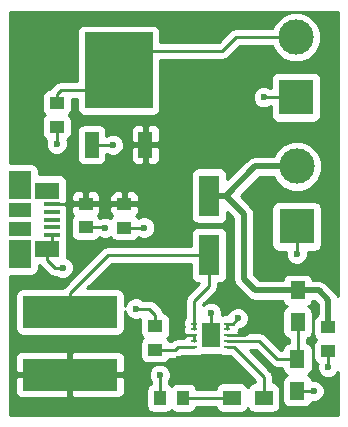
<source format=gbr>
G04 #@! TF.FileFunction,Copper,L1,Top,Signal*
%FSLAX46Y46*%
G04 Gerber Fmt 4.6, Leading zero omitted, Abs format (unit mm)*
G04 Created by KiCad (PCBNEW 4.0.7) date 09/28/20 15:07:36*
%MOMM*%
%LPD*%
G01*
G04 APERTURE LIST*
%ADD10C,0.100000*%
%ADD11R,1.380000X0.450000*%
%ADD12R,2.100000X1.475000*%
%ADD13R,1.900000X1.175000*%
%ADD14R,1.900000X2.375000*%
%ADD15R,1.250000X1.000000*%
%ADD16R,1.000000X1.250000*%
%ADD17R,1.800000X3.500000*%
%ADD18R,3.000000X3.000000*%
%ADD19C,3.000000*%
%ADD20R,8.001000X2.705100*%
%ADD21R,1.300000X1.500000*%
%ADD22R,1.500000X1.300000*%
%ADD23R,0.599999X0.249999*%
%ADD24R,1.599999X2.000001*%
%ADD25R,1.200000X2.200000*%
%ADD26R,5.800000X6.400000*%
%ADD27R,2.750000X3.050000*%
%ADD28C,0.600000*%
%ADD29C,0.508000*%
%ADD30C,0.250000*%
%ADD31C,0.254000*%
G04 APERTURE END LIST*
D10*
D11*
X141788500Y-102852000D03*
X141788500Y-103502000D03*
X141788500Y-104152000D03*
X141788500Y-104802000D03*
X141788500Y-105452000D03*
D12*
X141428500Y-106604500D03*
X141428500Y-101699500D03*
D13*
X139128500Y-103314500D03*
X139128500Y-104989500D03*
D14*
X139128500Y-101239500D03*
X139128500Y-107064500D03*
D15*
X165214300Y-113271300D03*
X165214300Y-115271300D03*
X150558500Y-115182400D03*
X150558500Y-113182400D03*
D16*
X152933400Y-119253000D03*
X150933400Y-119253000D03*
D15*
X147942300Y-102825800D03*
X147942300Y-104825800D03*
X144665700Y-102809800D03*
X144665700Y-104809800D03*
X142214600Y-94284800D03*
X142214600Y-96284800D03*
D17*
X155130500Y-102137200D03*
X155130500Y-107137200D03*
D18*
X162483800Y-93789500D03*
D19*
X162483800Y-88709500D03*
D18*
X162534600Y-104724200D03*
D19*
X162534600Y-99644200D03*
D20*
X143344900Y-117284500D03*
X143344900Y-111975900D03*
D21*
X162611167Y-110149599D03*
X162611167Y-112849599D03*
X162598100Y-115963700D03*
X162598100Y-118663700D03*
D22*
X159760900Y-119227600D03*
X157060900Y-119227600D03*
D23*
X156682900Y-114957101D03*
X156682900Y-114457099D03*
X156682900Y-113957100D03*
X156682900Y-113457101D03*
X156682900Y-112957099D03*
X153882900Y-112957099D03*
X153882900Y-113457101D03*
X153882900Y-113957100D03*
X153882900Y-114457099D03*
X153882900Y-114957101D03*
D24*
X155282897Y-113957100D03*
D25*
X145179700Y-97816200D03*
X149739700Y-97816200D03*
D26*
X147459700Y-91516200D03*
D27*
X148984700Y-89841200D03*
X145934700Y-93191200D03*
X145934700Y-89841200D03*
X148984700Y-93191200D03*
D28*
X163982400Y-118656100D03*
X165201600Y-116649500D03*
X142214600Y-97726500D03*
X146989800Y-97815400D03*
X142722600Y-108216700D03*
X146329400Y-104838500D03*
X149631400Y-104825800D03*
X162547300Y-107035600D03*
X159740600Y-93789500D03*
X155295600Y-112039400D03*
X157556200Y-112509300D03*
X148920200Y-111683800D03*
X150939500Y-117297200D03*
X159372300Y-112712500D03*
X152615900Y-115925600D03*
X152527000Y-113868200D03*
D29*
X156538500Y-102137200D02*
X159031500Y-99644200D01*
X159031500Y-99644200D02*
X162534600Y-99644200D01*
X155130500Y-102137200D02*
X156538500Y-102137200D01*
X156538500Y-102137200D02*
X158076900Y-103675600D01*
X158076900Y-103675600D02*
X158076900Y-109194600D01*
X158076900Y-109194600D02*
X159031899Y-110149599D01*
X159031899Y-110149599D02*
X162611167Y-110149599D01*
X165214300Y-110972600D02*
X165214300Y-113271300D01*
X164391299Y-110149599D02*
X165214300Y-110972600D01*
X162611167Y-110149599D02*
X164391299Y-110149599D01*
X165214300Y-113271300D02*
X165214300Y-112263300D01*
D30*
X156682900Y-113457101D02*
X156682900Y-112957099D01*
X162598100Y-118663700D02*
X163974800Y-118663700D01*
X163974800Y-118663700D02*
X163982400Y-118656100D01*
X165214300Y-115271300D02*
X165214300Y-116636800D01*
X165214300Y-116636800D02*
X165201600Y-116649500D01*
X142214600Y-96284800D02*
X142214600Y-97726500D01*
X142214600Y-97828100D02*
X142214600Y-97726500D01*
X145179700Y-97816200D02*
X146989000Y-97816200D01*
X146989000Y-97816200D02*
X146989800Y-97815400D01*
X141788500Y-105452000D02*
X141788500Y-106244500D01*
X141788500Y-106244500D02*
X141428500Y-106604500D01*
X141428500Y-106604500D02*
X141428500Y-107592000D01*
X141428500Y-107592000D02*
X142053200Y-108216700D01*
X142053200Y-108216700D02*
X142722600Y-108216700D01*
X144665700Y-104809800D02*
X146300700Y-104809800D01*
X146300700Y-104809800D02*
X146329400Y-104838500D01*
X147942300Y-104825800D02*
X149631400Y-104825800D01*
X162534600Y-104724200D02*
X162534600Y-107022900D01*
X162534600Y-107022900D02*
X162547300Y-107035600D01*
X162483800Y-93789500D02*
X159740600Y-93789500D01*
D31*
X155282897Y-113957100D02*
X155282897Y-112052103D01*
X155282897Y-112052103D02*
X155295600Y-112039400D01*
X156682900Y-112957099D02*
X157108401Y-112957099D01*
X157108401Y-112957099D02*
X157556200Y-112509300D01*
X148920200Y-111683800D02*
X150050500Y-111683800D01*
X150050500Y-111683800D02*
X150558500Y-112191800D01*
X150558500Y-113182400D02*
X150558500Y-112191800D01*
X150558500Y-113182400D02*
X150418800Y-113182400D01*
X150933400Y-119253000D02*
X150933400Y-117303300D01*
X150933400Y-117303300D02*
X150939500Y-117297200D01*
X152254200Y-115182400D02*
X152479499Y-114957101D01*
X152479499Y-114957101D02*
X153882900Y-114957101D01*
X150558500Y-115182400D02*
X152254200Y-115182400D01*
X152933400Y-119253000D02*
X157035500Y-119253000D01*
X157035500Y-119253000D02*
X157060900Y-119227600D01*
D30*
X153882900Y-113957100D02*
X152615900Y-113957100D01*
X152615900Y-113957100D02*
X152527000Y-113868200D01*
X159796564Y-112712500D02*
X160312100Y-112712500D01*
X159372300Y-112712500D02*
X159796564Y-112712500D01*
X152615900Y-115925600D02*
X152915899Y-116225599D01*
X152915899Y-116225599D02*
X153195299Y-116225599D01*
X158254701Y-113830099D02*
X159372300Y-112712500D01*
X158242000Y-113830099D02*
X158254701Y-113830099D01*
X156682900Y-113957100D02*
X158114999Y-113957100D01*
X158114999Y-113957100D02*
X158242000Y-113830099D01*
X141788500Y-102852000D02*
X144623500Y-102852000D01*
X144623500Y-102852000D02*
X144665700Y-102809800D01*
D31*
X153882900Y-114457099D02*
X153882900Y-113957100D01*
D30*
X142214600Y-94284800D02*
X142214600Y-93534800D01*
X142214600Y-93534800D02*
X142558200Y-93191200D01*
X142558200Y-93191200D02*
X144309700Y-93191200D01*
X144309700Y-93191200D02*
X145934700Y-93191200D01*
X156259400Y-89841200D02*
X157391100Y-88709500D01*
X157391100Y-88709500D02*
X162483800Y-88709500D01*
X148984700Y-89841200D02*
X156259400Y-89841200D01*
D31*
X153882900Y-113457101D02*
X153882900Y-112957099D01*
X143344900Y-111975900D02*
X143344900Y-110369350D01*
X143344900Y-110369350D02*
X146577050Y-107137200D01*
X153976500Y-107137200D02*
X155130500Y-107137200D01*
X146577050Y-107137200D02*
X153976500Y-107137200D01*
X153882900Y-111013700D02*
X155130500Y-109766100D01*
X155130500Y-109766100D02*
X155130500Y-107137200D01*
X153882900Y-112957099D02*
X153882900Y-111013700D01*
X162611167Y-112849599D02*
X162611167Y-115950633D01*
X162611167Y-115950633D02*
X162598100Y-115963700D01*
X159389699Y-114457099D02*
X160896300Y-115963700D01*
X160896300Y-115963700D02*
X162598100Y-115963700D01*
X156682900Y-114457099D02*
X159389699Y-114457099D01*
X156682900Y-114957101D02*
X157236899Y-114957101D01*
X157236899Y-114957101D02*
X159760900Y-117481102D01*
X159760900Y-117481102D02*
X159760900Y-119227600D01*
G36*
X166037150Y-110640039D02*
X166035629Y-110632394D01*
X165842918Y-110343982D01*
X165019917Y-109520981D01*
X164838256Y-109399599D01*
X164731505Y-109328270D01*
X164391299Y-109260599D01*
X163882452Y-109260599D01*
X163864329Y-109164282D01*
X163725257Y-108948158D01*
X163513057Y-108803168D01*
X163261167Y-108752159D01*
X161961167Y-108752159D01*
X161725850Y-108796437D01*
X161509726Y-108935509D01*
X161364736Y-109147709D01*
X161341875Y-109260599D01*
X159400135Y-109260599D01*
X158965900Y-108826364D01*
X158965900Y-103675600D01*
X158898229Y-103335394D01*
X158823932Y-103224200D01*
X160387160Y-103224200D01*
X160387160Y-106224200D01*
X160431438Y-106459517D01*
X160570510Y-106675641D01*
X160782710Y-106820631D01*
X161034600Y-106871640D01*
X161612442Y-106871640D01*
X161612138Y-107220767D01*
X161754183Y-107564543D01*
X162016973Y-107827792D01*
X162360501Y-107970438D01*
X162732467Y-107970762D01*
X163076243Y-107828717D01*
X163339492Y-107565927D01*
X163482138Y-107222399D01*
X163482444Y-106871640D01*
X164034600Y-106871640D01*
X164269917Y-106827362D01*
X164486041Y-106688290D01*
X164631031Y-106476090D01*
X164682040Y-106224200D01*
X164682040Y-103224200D01*
X164637762Y-102988883D01*
X164498690Y-102772759D01*
X164286490Y-102627769D01*
X164034600Y-102576760D01*
X161034600Y-102576760D01*
X160799283Y-102621038D01*
X160583159Y-102760110D01*
X160438169Y-102972310D01*
X160387160Y-103224200D01*
X158823932Y-103224200D01*
X158705518Y-103046982D01*
X157795736Y-102137200D01*
X159399736Y-100533200D01*
X160591854Y-100533200D01*
X160723580Y-100852000D01*
X161323641Y-101453109D01*
X162108059Y-101778828D01*
X162957415Y-101779570D01*
X163742400Y-101455220D01*
X164343509Y-100855159D01*
X164669228Y-100070741D01*
X164669970Y-99221385D01*
X164345620Y-98436400D01*
X163745559Y-97835291D01*
X162961141Y-97509572D01*
X162111785Y-97508830D01*
X161326800Y-97833180D01*
X160725691Y-98433241D01*
X160592002Y-98755200D01*
X159031500Y-98755200D01*
X158691294Y-98822871D01*
X158402882Y-99015582D01*
X156677940Y-100740524D01*
X156677940Y-100387200D01*
X156633662Y-100151883D01*
X156494590Y-99935759D01*
X156282390Y-99790769D01*
X156030500Y-99739760D01*
X154230500Y-99739760D01*
X153995183Y-99784038D01*
X153779059Y-99923110D01*
X153634069Y-100135310D01*
X153583060Y-100387200D01*
X153583060Y-103887200D01*
X153627338Y-104122517D01*
X153766410Y-104338641D01*
X153978610Y-104483631D01*
X154230500Y-104534640D01*
X156030500Y-104534640D01*
X156265817Y-104490362D01*
X156481941Y-104351290D01*
X156626931Y-104139090D01*
X156677940Y-103887200D01*
X156677940Y-103533876D01*
X157187900Y-104043836D01*
X157187900Y-109194600D01*
X157255571Y-109534806D01*
X157342801Y-109665354D01*
X157448282Y-109823218D01*
X158403281Y-110778217D01*
X158691694Y-110970929D01*
X159031899Y-111038599D01*
X161339882Y-111038599D01*
X161358005Y-111134916D01*
X161497077Y-111351040D01*
X161709277Y-111496030D01*
X161722364Y-111498680D01*
X161509726Y-111635509D01*
X161364736Y-111847709D01*
X161313727Y-112099599D01*
X161313727Y-113599599D01*
X161358005Y-113834916D01*
X161497077Y-114051040D01*
X161709277Y-114196030D01*
X161849167Y-114224358D01*
X161849167Y-114584876D01*
X161712783Y-114610538D01*
X161496659Y-114749610D01*
X161351669Y-114961810D01*
X161303090Y-115201700D01*
X161211931Y-115201700D01*
X159928514Y-113918284D01*
X159835075Y-113855850D01*
X159681304Y-113753103D01*
X159389699Y-113695099D01*
X157613470Y-113695099D01*
X157609431Y-113685348D01*
X157630339Y-113582100D01*
X157630339Y-113507191D01*
X157647216Y-113495914D01*
X157698705Y-113444425D01*
X157741367Y-113444462D01*
X158085143Y-113302417D01*
X158348392Y-113039627D01*
X158491038Y-112696099D01*
X158491362Y-112324133D01*
X158349317Y-111980357D01*
X158086527Y-111717108D01*
X157742999Y-111574462D01*
X157371033Y-111574138D01*
X157027257Y-111716183D01*
X156764008Y-111978973D01*
X156678599Y-112184660D01*
X156382901Y-112184660D01*
X156230449Y-112213346D01*
X156230762Y-111854233D01*
X156088717Y-111510457D01*
X155825927Y-111247208D01*
X155482399Y-111104562D01*
X155110433Y-111104238D01*
X154766657Y-111246283D01*
X154644900Y-111367828D01*
X154644900Y-111329330D01*
X155669315Y-110304915D01*
X155758187Y-110171909D01*
X155834496Y-110057705D01*
X155892500Y-109766100D01*
X155892500Y-109534640D01*
X156030500Y-109534640D01*
X156265817Y-109490362D01*
X156481941Y-109351290D01*
X156626931Y-109139090D01*
X156677940Y-108887200D01*
X156677940Y-105387200D01*
X156633662Y-105151883D01*
X156494590Y-104935759D01*
X156282390Y-104790769D01*
X156030500Y-104739760D01*
X154230500Y-104739760D01*
X153995183Y-104784038D01*
X153779059Y-104923110D01*
X153634069Y-105135310D01*
X153583060Y-105387200D01*
X153583060Y-106375200D01*
X146577050Y-106375200D01*
X146285445Y-106433204D01*
X146038234Y-106598385D01*
X142806085Y-109830535D01*
X142708948Y-109975910D01*
X139344400Y-109975910D01*
X139109083Y-110020188D01*
X138892959Y-110159260D01*
X138747969Y-110371460D01*
X138696960Y-110623350D01*
X138696960Y-113328450D01*
X138741238Y-113563767D01*
X138880310Y-113779891D01*
X139092510Y-113924881D01*
X139344400Y-113975890D01*
X147345400Y-113975890D01*
X147580717Y-113931612D01*
X147796841Y-113792540D01*
X147941831Y-113580340D01*
X147992840Y-113328450D01*
X147992840Y-111887849D01*
X148127083Y-112212743D01*
X148389873Y-112475992D01*
X148733401Y-112618638D01*
X149105367Y-112618962D01*
X149316579Y-112531691D01*
X149286060Y-112682400D01*
X149286060Y-113682400D01*
X149330338Y-113917717D01*
X149469410Y-114133841D01*
X149539211Y-114181534D01*
X149482059Y-114218310D01*
X149337069Y-114430510D01*
X149286060Y-114682400D01*
X149286060Y-115682400D01*
X149330338Y-115917717D01*
X149469410Y-116133841D01*
X149681610Y-116278831D01*
X149933500Y-116329840D01*
X151183500Y-116329840D01*
X151418817Y-116285562D01*
X151634941Y-116146490D01*
X151773023Y-115944400D01*
X152254200Y-115944400D01*
X152545805Y-115886396D01*
X152793015Y-115721215D01*
X152795129Y-115719101D01*
X153531352Y-115719101D01*
X153582901Y-115729540D01*
X154182899Y-115729540D01*
X154418216Y-115685262D01*
X154543662Y-115604540D01*
X156022722Y-115604540D01*
X156131011Y-115678531D01*
X156382901Y-115729540D01*
X156931708Y-115729540D01*
X158998900Y-117796733D01*
X158998900Y-117932418D01*
X158775583Y-117974438D01*
X158559459Y-118113510D01*
X158414469Y-118325710D01*
X158411819Y-118338797D01*
X158274990Y-118126159D01*
X158062790Y-117981169D01*
X157810900Y-117930160D01*
X156310900Y-117930160D01*
X156075583Y-117974438D01*
X155859459Y-118113510D01*
X155714469Y-118325710D01*
X155680997Y-118491000D01*
X154055062Y-118491000D01*
X154036562Y-118392683D01*
X153897490Y-118176559D01*
X153685290Y-118031569D01*
X153433400Y-117980560D01*
X152433400Y-117980560D01*
X152198083Y-118024838D01*
X151981959Y-118163910D01*
X151934266Y-118233711D01*
X151897490Y-118176559D01*
X151695400Y-118038477D01*
X151695400Y-117863756D01*
X151731692Y-117827527D01*
X151874338Y-117483999D01*
X151874662Y-117112033D01*
X151732617Y-116768257D01*
X151469827Y-116505008D01*
X151126299Y-116362362D01*
X150754333Y-116362038D01*
X150410557Y-116504083D01*
X150147308Y-116766873D01*
X150004662Y-117110401D01*
X150004338Y-117482367D01*
X150146383Y-117826143D01*
X150171400Y-117851204D01*
X150171400Y-118042008D01*
X149981959Y-118163910D01*
X149836969Y-118376110D01*
X149785960Y-118628000D01*
X149785960Y-119878000D01*
X149830238Y-120113317D01*
X149969310Y-120329441D01*
X150181510Y-120474431D01*
X150433400Y-120525440D01*
X151433400Y-120525440D01*
X151668717Y-120481162D01*
X151884841Y-120342090D01*
X151932534Y-120272289D01*
X151969310Y-120329441D01*
X152181510Y-120474431D01*
X152433400Y-120525440D01*
X153433400Y-120525440D01*
X153668717Y-120481162D01*
X153884841Y-120342090D01*
X154029831Y-120129890D01*
X154053097Y-120015000D01*
X155689314Y-120015000D01*
X155707738Y-120112917D01*
X155846810Y-120329041D01*
X156059010Y-120474031D01*
X156310900Y-120525040D01*
X157810900Y-120525040D01*
X158046217Y-120480762D01*
X158262341Y-120341690D01*
X158407331Y-120129490D01*
X158409981Y-120116403D01*
X158546810Y-120329041D01*
X158759010Y-120474031D01*
X159010900Y-120525040D01*
X160510900Y-120525040D01*
X160746217Y-120480762D01*
X160962341Y-120341690D01*
X161107331Y-120129490D01*
X161158340Y-119877600D01*
X161158340Y-118577600D01*
X161114062Y-118342283D01*
X160974990Y-118126159D01*
X160762790Y-117981169D01*
X160522900Y-117932590D01*
X160522900Y-117481102D01*
X160464896Y-117189497D01*
X160346093Y-117011696D01*
X160299715Y-116942286D01*
X158576527Y-115219099D01*
X159074069Y-115219099D01*
X160357485Y-116502516D01*
X160604696Y-116667697D01*
X160896300Y-116725700D01*
X161302918Y-116725700D01*
X161344938Y-116949017D01*
X161484010Y-117165141D01*
X161696210Y-117310131D01*
X161709297Y-117312781D01*
X161496659Y-117449610D01*
X161351669Y-117661810D01*
X161300660Y-117913700D01*
X161300660Y-119413700D01*
X161344938Y-119649017D01*
X161484010Y-119865141D01*
X161696210Y-120010131D01*
X161948100Y-120061140D01*
X163248100Y-120061140D01*
X163483417Y-120016862D01*
X163699541Y-119877790D01*
X163844531Y-119665590D01*
X163859637Y-119590994D01*
X164167567Y-119591262D01*
X164511343Y-119449217D01*
X164774592Y-119186427D01*
X164917238Y-118842899D01*
X164917562Y-118470933D01*
X164775517Y-118127157D01*
X164512727Y-117863908D01*
X164169199Y-117721262D01*
X163859279Y-117720992D01*
X163851262Y-117678383D01*
X163712190Y-117462259D01*
X163499990Y-117317269D01*
X163486903Y-117314619D01*
X163699541Y-117177790D01*
X163844531Y-116965590D01*
X163895540Y-116713700D01*
X163895540Y-115213700D01*
X163851262Y-114978383D01*
X163712190Y-114762259D01*
X163499990Y-114617269D01*
X163373167Y-114591587D01*
X163373167Y-114225965D01*
X163496484Y-114202761D01*
X163712608Y-114063689D01*
X163857598Y-113851489D01*
X163908607Y-113599599D01*
X163908607Y-112099599D01*
X163864329Y-111864282D01*
X163725257Y-111648158D01*
X163513057Y-111503168D01*
X163499970Y-111500518D01*
X163712608Y-111363689D01*
X163857598Y-111151489D01*
X163880459Y-111038599D01*
X164023063Y-111038599D01*
X164325300Y-111340836D01*
X164325300Y-112186595D01*
X164137859Y-112307210D01*
X163992869Y-112519410D01*
X163941860Y-112771300D01*
X163941860Y-113771300D01*
X163986138Y-114006617D01*
X164125210Y-114222741D01*
X164195011Y-114270434D01*
X164137859Y-114307210D01*
X163992869Y-114519410D01*
X163941860Y-114771300D01*
X163941860Y-115771300D01*
X163986138Y-116006617D01*
X164125210Y-116222741D01*
X164313096Y-116351118D01*
X164266762Y-116462701D01*
X164266438Y-116834667D01*
X164408483Y-117178443D01*
X164671273Y-117441692D01*
X165014801Y-117584338D01*
X165386767Y-117584662D01*
X165730543Y-117442617D01*
X165993792Y-117179827D01*
X166039445Y-117069882D01*
X166040742Y-120702618D01*
X138275893Y-120726782D01*
X138273640Y-117570250D01*
X138709400Y-117570250D01*
X138709400Y-118763359D01*
X138806073Y-118996748D01*
X138984701Y-119175377D01*
X139218090Y-119272050D01*
X143059150Y-119272050D01*
X143217900Y-119113300D01*
X143217900Y-117411500D01*
X143471900Y-117411500D01*
X143471900Y-119113300D01*
X143630650Y-119272050D01*
X147471710Y-119272050D01*
X147705099Y-119175377D01*
X147883727Y-118996748D01*
X147980400Y-118763359D01*
X147980400Y-117570250D01*
X147821650Y-117411500D01*
X143471900Y-117411500D01*
X143217900Y-117411500D01*
X138868150Y-117411500D01*
X138709400Y-117570250D01*
X138273640Y-117570250D01*
X138272380Y-115805641D01*
X138709400Y-115805641D01*
X138709400Y-116998750D01*
X138868150Y-117157500D01*
X143217900Y-117157500D01*
X143217900Y-115455700D01*
X143471900Y-115455700D01*
X143471900Y-117157500D01*
X147821650Y-117157500D01*
X147980400Y-116998750D01*
X147980400Y-115805641D01*
X147883727Y-115572252D01*
X147705099Y-115393623D01*
X147471710Y-115296950D01*
X143630650Y-115296950D01*
X143471900Y-115455700D01*
X143217900Y-115455700D01*
X143059150Y-115296950D01*
X139218090Y-115296950D01*
X138984701Y-115393623D01*
X138806073Y-115572252D01*
X138709400Y-115805641D01*
X138272380Y-115805641D01*
X138267448Y-108899440D01*
X140078500Y-108899440D01*
X140313817Y-108855162D01*
X140529941Y-108716090D01*
X140674931Y-108503890D01*
X140725940Y-108252000D01*
X140725940Y-107989440D01*
X140797580Y-107989440D01*
X140891099Y-108129401D01*
X141515799Y-108754101D01*
X141762360Y-108918848D01*
X142053200Y-108976700D01*
X142160137Y-108976700D01*
X142192273Y-109008892D01*
X142535801Y-109151538D01*
X142907767Y-109151862D01*
X143251543Y-109009817D01*
X143514792Y-108747027D01*
X143657438Y-108403499D01*
X143657762Y-108031533D01*
X143515717Y-107687757D01*
X143252927Y-107424508D01*
X143120378Y-107369468D01*
X143125940Y-107342000D01*
X143125940Y-105867000D01*
X143107408Y-105768512D01*
X143125940Y-105677000D01*
X143125940Y-105227000D01*
X143106433Y-105123329D01*
X143125940Y-105027000D01*
X143125940Y-104577000D01*
X143106433Y-104473329D01*
X143125940Y-104377000D01*
X143125940Y-104309800D01*
X143393260Y-104309800D01*
X143393260Y-105309800D01*
X143437538Y-105545117D01*
X143576610Y-105761241D01*
X143788810Y-105906231D01*
X144040700Y-105957240D01*
X145290700Y-105957240D01*
X145526017Y-105912962D01*
X145742141Y-105773890D01*
X145830942Y-105643925D01*
X146142601Y-105773338D01*
X146514567Y-105773662D01*
X146780263Y-105663879D01*
X146853210Y-105777241D01*
X147065410Y-105922231D01*
X147317300Y-105973240D01*
X148567300Y-105973240D01*
X148802617Y-105928962D01*
X149018741Y-105789890D01*
X149128432Y-105629352D01*
X149444601Y-105760638D01*
X149816567Y-105760962D01*
X150160343Y-105618917D01*
X150423592Y-105356127D01*
X150566238Y-105012599D01*
X150566562Y-104640633D01*
X150424517Y-104296857D01*
X150161727Y-104033608D01*
X149818199Y-103890962D01*
X149446233Y-103890638D01*
X149126797Y-104022626D01*
X149031390Y-103874359D01*
X148963294Y-103827831D01*
X149105627Y-103685498D01*
X149202300Y-103452109D01*
X149202300Y-103111550D01*
X149043550Y-102952800D01*
X148069300Y-102952800D01*
X148069300Y-102972800D01*
X147815300Y-102972800D01*
X147815300Y-102952800D01*
X146841050Y-102952800D01*
X146682300Y-103111550D01*
X146682300Y-103452109D01*
X146778973Y-103685498D01*
X146920210Y-103826736D01*
X146865859Y-103861710D01*
X146766250Y-104007493D01*
X146516199Y-103903662D01*
X146144233Y-103903338D01*
X145859451Y-104021007D01*
X145754790Y-103858359D01*
X145686694Y-103811831D01*
X145829027Y-103669498D01*
X145925700Y-103436109D01*
X145925700Y-103095550D01*
X145766950Y-102936800D01*
X144792700Y-102936800D01*
X144792700Y-102956800D01*
X144538700Y-102956800D01*
X144538700Y-102936800D01*
X143564450Y-102936800D01*
X143405700Y-103095550D01*
X143405700Y-103436109D01*
X143502373Y-103669498D01*
X143643610Y-103810736D01*
X143589259Y-103845710D01*
X143444269Y-104057910D01*
X143393260Y-104309800D01*
X143125940Y-104309800D01*
X143125940Y-103927000D01*
X143106433Y-103823329D01*
X143125940Y-103727000D01*
X143125940Y-103277000D01*
X143112519Y-103205676D01*
X143113500Y-103203309D01*
X143113500Y-103123250D01*
X143093188Y-103102938D01*
X143081662Y-103041683D01*
X142961485Y-102854923D01*
X143074931Y-102688890D01*
X143092597Y-102601653D01*
X143113500Y-102580750D01*
X143113500Y-102500691D01*
X143113193Y-102499949D01*
X143125940Y-102437000D01*
X143125940Y-102183491D01*
X143405700Y-102183491D01*
X143405700Y-102524050D01*
X143564450Y-102682800D01*
X144538700Y-102682800D01*
X144538700Y-101833550D01*
X144792700Y-101833550D01*
X144792700Y-102682800D01*
X145766950Y-102682800D01*
X145925700Y-102524050D01*
X145925700Y-102199491D01*
X146682300Y-102199491D01*
X146682300Y-102540050D01*
X146841050Y-102698800D01*
X147815300Y-102698800D01*
X147815300Y-101849550D01*
X148069300Y-101849550D01*
X148069300Y-102698800D01*
X149043550Y-102698800D01*
X149202300Y-102540050D01*
X149202300Y-102199491D01*
X149105627Y-101966102D01*
X148926999Y-101787473D01*
X148693610Y-101690800D01*
X148228050Y-101690800D01*
X148069300Y-101849550D01*
X147815300Y-101849550D01*
X147656550Y-101690800D01*
X147190990Y-101690800D01*
X146957601Y-101787473D01*
X146778973Y-101966102D01*
X146682300Y-102199491D01*
X145925700Y-102199491D01*
X145925700Y-102183491D01*
X145829027Y-101950102D01*
X145650399Y-101771473D01*
X145417010Y-101674800D01*
X144951450Y-101674800D01*
X144792700Y-101833550D01*
X144538700Y-101833550D01*
X144379950Y-101674800D01*
X143914390Y-101674800D01*
X143681001Y-101771473D01*
X143502373Y-101950102D01*
X143405700Y-102183491D01*
X143125940Y-102183491D01*
X143125940Y-100962000D01*
X143081662Y-100726683D01*
X142942590Y-100510559D01*
X142730390Y-100365569D01*
X142478500Y-100314560D01*
X140725940Y-100314560D01*
X140725940Y-100052000D01*
X140681662Y-99816683D01*
X140542590Y-99600559D01*
X140330390Y-99455569D01*
X140078500Y-99404560D01*
X138260668Y-99404560D01*
X138256656Y-93784800D01*
X140942160Y-93784800D01*
X140942160Y-94784800D01*
X140986438Y-95020117D01*
X141125510Y-95236241D01*
X141195311Y-95283934D01*
X141138159Y-95320710D01*
X140993169Y-95532910D01*
X140942160Y-95784800D01*
X140942160Y-96784800D01*
X140986438Y-97020117D01*
X141125510Y-97236241D01*
X141337710Y-97381231D01*
X141344956Y-97382698D01*
X141279762Y-97539701D01*
X141279438Y-97911667D01*
X141421483Y-98255443D01*
X141684273Y-98518692D01*
X142027801Y-98661338D01*
X142399767Y-98661662D01*
X142743543Y-98519617D01*
X143006792Y-98256827D01*
X143149438Y-97913299D01*
X143149762Y-97541333D01*
X143083981Y-97382130D01*
X143291041Y-97248890D01*
X143436031Y-97036690D01*
X143487040Y-96784800D01*
X143487040Y-96716200D01*
X143932260Y-96716200D01*
X143932260Y-98916200D01*
X143976538Y-99151517D01*
X144115610Y-99367641D01*
X144327810Y-99512631D01*
X144579700Y-99563640D01*
X145779700Y-99563640D01*
X146015017Y-99519362D01*
X146231141Y-99380290D01*
X146376131Y-99168090D01*
X146427140Y-98916200D01*
X146427140Y-98576200D01*
X146428136Y-98576200D01*
X146459473Y-98607592D01*
X146803001Y-98750238D01*
X147174967Y-98750562D01*
X147518743Y-98608517D01*
X147781992Y-98345727D01*
X147883217Y-98101950D01*
X148504700Y-98101950D01*
X148504700Y-99042509D01*
X148601373Y-99275898D01*
X148780001Y-99454527D01*
X149013390Y-99551200D01*
X149453950Y-99551200D01*
X149612700Y-99392450D01*
X149612700Y-97943200D01*
X149866700Y-97943200D01*
X149866700Y-99392450D01*
X150025450Y-99551200D01*
X150466010Y-99551200D01*
X150699399Y-99454527D01*
X150878027Y-99275898D01*
X150974700Y-99042509D01*
X150974700Y-98101950D01*
X150815950Y-97943200D01*
X149866700Y-97943200D01*
X149612700Y-97943200D01*
X148663450Y-97943200D01*
X148504700Y-98101950D01*
X147883217Y-98101950D01*
X147924638Y-98002199D01*
X147924962Y-97630233D01*
X147782917Y-97286457D01*
X147520127Y-97023208D01*
X147176599Y-96880562D01*
X146804633Y-96880238D01*
X146460857Y-97022283D01*
X146427140Y-97055941D01*
X146427140Y-96716200D01*
X146403374Y-96589891D01*
X148504700Y-96589891D01*
X148504700Y-97530450D01*
X148663450Y-97689200D01*
X149612700Y-97689200D01*
X149612700Y-96239950D01*
X149866700Y-96239950D01*
X149866700Y-97689200D01*
X150815950Y-97689200D01*
X150974700Y-97530450D01*
X150974700Y-96589891D01*
X150878027Y-96356502D01*
X150699399Y-96177873D01*
X150466010Y-96081200D01*
X150025450Y-96081200D01*
X149866700Y-96239950D01*
X149612700Y-96239950D01*
X149453950Y-96081200D01*
X149013390Y-96081200D01*
X148780001Y-96177873D01*
X148601373Y-96356502D01*
X148504700Y-96589891D01*
X146403374Y-96589891D01*
X146382862Y-96480883D01*
X146243790Y-96264759D01*
X146031590Y-96119769D01*
X145779700Y-96068760D01*
X144579700Y-96068760D01*
X144344383Y-96113038D01*
X144128259Y-96252110D01*
X143983269Y-96464310D01*
X143932260Y-96716200D01*
X143487040Y-96716200D01*
X143487040Y-95784800D01*
X143442762Y-95549483D01*
X143303690Y-95333359D01*
X143233889Y-95285666D01*
X143291041Y-95248890D01*
X143436031Y-95036690D01*
X143487040Y-94784800D01*
X143487040Y-93951200D01*
X143912260Y-93951200D01*
X143912260Y-94716200D01*
X143956538Y-94951517D01*
X144095610Y-95167641D01*
X144307810Y-95312631D01*
X144559700Y-95363640D01*
X150359700Y-95363640D01*
X150595017Y-95319362D01*
X150811141Y-95180290D01*
X150956131Y-94968090D01*
X151007140Y-94716200D01*
X151007140Y-93974667D01*
X158805438Y-93974667D01*
X158947483Y-94318443D01*
X159210273Y-94581692D01*
X159553801Y-94724338D01*
X159925767Y-94724662D01*
X160269543Y-94582617D01*
X160302718Y-94549500D01*
X160336360Y-94549500D01*
X160336360Y-95289500D01*
X160380638Y-95524817D01*
X160519710Y-95740941D01*
X160731910Y-95885931D01*
X160983800Y-95936940D01*
X163983800Y-95936940D01*
X164219117Y-95892662D01*
X164435241Y-95753590D01*
X164580231Y-95541390D01*
X164631240Y-95289500D01*
X164631240Y-92289500D01*
X164586962Y-92054183D01*
X164447890Y-91838059D01*
X164235690Y-91693069D01*
X163983800Y-91642060D01*
X160983800Y-91642060D01*
X160748483Y-91686338D01*
X160532359Y-91825410D01*
X160387369Y-92037610D01*
X160336360Y-92289500D01*
X160336360Y-93029500D01*
X160303063Y-93029500D01*
X160270927Y-92997308D01*
X159927399Y-92854662D01*
X159555433Y-92854338D01*
X159211657Y-92996383D01*
X158948408Y-93259173D01*
X158805762Y-93602701D01*
X158805438Y-93974667D01*
X151007140Y-93974667D01*
X151007140Y-90601200D01*
X156259400Y-90601200D01*
X156550239Y-90543348D01*
X156796801Y-90378601D01*
X157705902Y-89469500D01*
X160487752Y-89469500D01*
X160672780Y-89917300D01*
X161272841Y-90518409D01*
X162057259Y-90844128D01*
X162906615Y-90844870D01*
X163691600Y-90520520D01*
X164292709Y-89920459D01*
X164618428Y-89136041D01*
X164619170Y-88286685D01*
X164294820Y-87501700D01*
X163694759Y-86900591D01*
X162910341Y-86574872D01*
X162060985Y-86574130D01*
X161276000Y-86898480D01*
X160674891Y-87498541D01*
X160487636Y-87949500D01*
X157391100Y-87949500D01*
X157100261Y-88007352D01*
X157100259Y-88007353D01*
X157100260Y-88007353D01*
X156853699Y-88172099D01*
X155944598Y-89081200D01*
X151007140Y-89081200D01*
X151007140Y-88316200D01*
X150962862Y-88080883D01*
X150823790Y-87864759D01*
X150611590Y-87719769D01*
X150359700Y-87668760D01*
X144559700Y-87668760D01*
X144324383Y-87713038D01*
X144108259Y-87852110D01*
X143963269Y-88064310D01*
X143912260Y-88316200D01*
X143912260Y-92431200D01*
X142558200Y-92431200D01*
X142267361Y-92489052D01*
X142020799Y-92653799D01*
X141677199Y-92997399D01*
X141582829Y-93138634D01*
X141354283Y-93181638D01*
X141138159Y-93320710D01*
X140993169Y-93532910D01*
X140942160Y-93784800D01*
X138256656Y-93784800D01*
X138251507Y-86574391D01*
X166028554Y-86562309D01*
X166037150Y-110640039D01*
X166037150Y-110640039D01*
G37*
X166037150Y-110640039D02*
X166035629Y-110632394D01*
X165842918Y-110343982D01*
X165019917Y-109520981D01*
X164838256Y-109399599D01*
X164731505Y-109328270D01*
X164391299Y-109260599D01*
X163882452Y-109260599D01*
X163864329Y-109164282D01*
X163725257Y-108948158D01*
X163513057Y-108803168D01*
X163261167Y-108752159D01*
X161961167Y-108752159D01*
X161725850Y-108796437D01*
X161509726Y-108935509D01*
X161364736Y-109147709D01*
X161341875Y-109260599D01*
X159400135Y-109260599D01*
X158965900Y-108826364D01*
X158965900Y-103675600D01*
X158898229Y-103335394D01*
X158823932Y-103224200D01*
X160387160Y-103224200D01*
X160387160Y-106224200D01*
X160431438Y-106459517D01*
X160570510Y-106675641D01*
X160782710Y-106820631D01*
X161034600Y-106871640D01*
X161612442Y-106871640D01*
X161612138Y-107220767D01*
X161754183Y-107564543D01*
X162016973Y-107827792D01*
X162360501Y-107970438D01*
X162732467Y-107970762D01*
X163076243Y-107828717D01*
X163339492Y-107565927D01*
X163482138Y-107222399D01*
X163482444Y-106871640D01*
X164034600Y-106871640D01*
X164269917Y-106827362D01*
X164486041Y-106688290D01*
X164631031Y-106476090D01*
X164682040Y-106224200D01*
X164682040Y-103224200D01*
X164637762Y-102988883D01*
X164498690Y-102772759D01*
X164286490Y-102627769D01*
X164034600Y-102576760D01*
X161034600Y-102576760D01*
X160799283Y-102621038D01*
X160583159Y-102760110D01*
X160438169Y-102972310D01*
X160387160Y-103224200D01*
X158823932Y-103224200D01*
X158705518Y-103046982D01*
X157795736Y-102137200D01*
X159399736Y-100533200D01*
X160591854Y-100533200D01*
X160723580Y-100852000D01*
X161323641Y-101453109D01*
X162108059Y-101778828D01*
X162957415Y-101779570D01*
X163742400Y-101455220D01*
X164343509Y-100855159D01*
X164669228Y-100070741D01*
X164669970Y-99221385D01*
X164345620Y-98436400D01*
X163745559Y-97835291D01*
X162961141Y-97509572D01*
X162111785Y-97508830D01*
X161326800Y-97833180D01*
X160725691Y-98433241D01*
X160592002Y-98755200D01*
X159031500Y-98755200D01*
X158691294Y-98822871D01*
X158402882Y-99015582D01*
X156677940Y-100740524D01*
X156677940Y-100387200D01*
X156633662Y-100151883D01*
X156494590Y-99935759D01*
X156282390Y-99790769D01*
X156030500Y-99739760D01*
X154230500Y-99739760D01*
X153995183Y-99784038D01*
X153779059Y-99923110D01*
X153634069Y-100135310D01*
X153583060Y-100387200D01*
X153583060Y-103887200D01*
X153627338Y-104122517D01*
X153766410Y-104338641D01*
X153978610Y-104483631D01*
X154230500Y-104534640D01*
X156030500Y-104534640D01*
X156265817Y-104490362D01*
X156481941Y-104351290D01*
X156626931Y-104139090D01*
X156677940Y-103887200D01*
X156677940Y-103533876D01*
X157187900Y-104043836D01*
X157187900Y-109194600D01*
X157255571Y-109534806D01*
X157342801Y-109665354D01*
X157448282Y-109823218D01*
X158403281Y-110778217D01*
X158691694Y-110970929D01*
X159031899Y-111038599D01*
X161339882Y-111038599D01*
X161358005Y-111134916D01*
X161497077Y-111351040D01*
X161709277Y-111496030D01*
X161722364Y-111498680D01*
X161509726Y-111635509D01*
X161364736Y-111847709D01*
X161313727Y-112099599D01*
X161313727Y-113599599D01*
X161358005Y-113834916D01*
X161497077Y-114051040D01*
X161709277Y-114196030D01*
X161849167Y-114224358D01*
X161849167Y-114584876D01*
X161712783Y-114610538D01*
X161496659Y-114749610D01*
X161351669Y-114961810D01*
X161303090Y-115201700D01*
X161211931Y-115201700D01*
X159928514Y-113918284D01*
X159835075Y-113855850D01*
X159681304Y-113753103D01*
X159389699Y-113695099D01*
X157613470Y-113695099D01*
X157609431Y-113685348D01*
X157630339Y-113582100D01*
X157630339Y-113507191D01*
X157647216Y-113495914D01*
X157698705Y-113444425D01*
X157741367Y-113444462D01*
X158085143Y-113302417D01*
X158348392Y-113039627D01*
X158491038Y-112696099D01*
X158491362Y-112324133D01*
X158349317Y-111980357D01*
X158086527Y-111717108D01*
X157742999Y-111574462D01*
X157371033Y-111574138D01*
X157027257Y-111716183D01*
X156764008Y-111978973D01*
X156678599Y-112184660D01*
X156382901Y-112184660D01*
X156230449Y-112213346D01*
X156230762Y-111854233D01*
X156088717Y-111510457D01*
X155825927Y-111247208D01*
X155482399Y-111104562D01*
X155110433Y-111104238D01*
X154766657Y-111246283D01*
X154644900Y-111367828D01*
X154644900Y-111329330D01*
X155669315Y-110304915D01*
X155758187Y-110171909D01*
X155834496Y-110057705D01*
X155892500Y-109766100D01*
X155892500Y-109534640D01*
X156030500Y-109534640D01*
X156265817Y-109490362D01*
X156481941Y-109351290D01*
X156626931Y-109139090D01*
X156677940Y-108887200D01*
X156677940Y-105387200D01*
X156633662Y-105151883D01*
X156494590Y-104935759D01*
X156282390Y-104790769D01*
X156030500Y-104739760D01*
X154230500Y-104739760D01*
X153995183Y-104784038D01*
X153779059Y-104923110D01*
X153634069Y-105135310D01*
X153583060Y-105387200D01*
X153583060Y-106375200D01*
X146577050Y-106375200D01*
X146285445Y-106433204D01*
X146038234Y-106598385D01*
X142806085Y-109830535D01*
X142708948Y-109975910D01*
X139344400Y-109975910D01*
X139109083Y-110020188D01*
X138892959Y-110159260D01*
X138747969Y-110371460D01*
X138696960Y-110623350D01*
X138696960Y-113328450D01*
X138741238Y-113563767D01*
X138880310Y-113779891D01*
X139092510Y-113924881D01*
X139344400Y-113975890D01*
X147345400Y-113975890D01*
X147580717Y-113931612D01*
X147796841Y-113792540D01*
X147941831Y-113580340D01*
X147992840Y-113328450D01*
X147992840Y-111887849D01*
X148127083Y-112212743D01*
X148389873Y-112475992D01*
X148733401Y-112618638D01*
X149105367Y-112618962D01*
X149316579Y-112531691D01*
X149286060Y-112682400D01*
X149286060Y-113682400D01*
X149330338Y-113917717D01*
X149469410Y-114133841D01*
X149539211Y-114181534D01*
X149482059Y-114218310D01*
X149337069Y-114430510D01*
X149286060Y-114682400D01*
X149286060Y-115682400D01*
X149330338Y-115917717D01*
X149469410Y-116133841D01*
X149681610Y-116278831D01*
X149933500Y-116329840D01*
X151183500Y-116329840D01*
X151418817Y-116285562D01*
X151634941Y-116146490D01*
X151773023Y-115944400D01*
X152254200Y-115944400D01*
X152545805Y-115886396D01*
X152793015Y-115721215D01*
X152795129Y-115719101D01*
X153531352Y-115719101D01*
X153582901Y-115729540D01*
X154182899Y-115729540D01*
X154418216Y-115685262D01*
X154543662Y-115604540D01*
X156022722Y-115604540D01*
X156131011Y-115678531D01*
X156382901Y-115729540D01*
X156931708Y-115729540D01*
X158998900Y-117796733D01*
X158998900Y-117932418D01*
X158775583Y-117974438D01*
X158559459Y-118113510D01*
X158414469Y-118325710D01*
X158411819Y-118338797D01*
X158274990Y-118126159D01*
X158062790Y-117981169D01*
X157810900Y-117930160D01*
X156310900Y-117930160D01*
X156075583Y-117974438D01*
X155859459Y-118113510D01*
X155714469Y-118325710D01*
X155680997Y-118491000D01*
X154055062Y-118491000D01*
X154036562Y-118392683D01*
X153897490Y-118176559D01*
X153685290Y-118031569D01*
X153433400Y-117980560D01*
X152433400Y-117980560D01*
X152198083Y-118024838D01*
X151981959Y-118163910D01*
X151934266Y-118233711D01*
X151897490Y-118176559D01*
X151695400Y-118038477D01*
X151695400Y-117863756D01*
X151731692Y-117827527D01*
X151874338Y-117483999D01*
X151874662Y-117112033D01*
X151732617Y-116768257D01*
X151469827Y-116505008D01*
X151126299Y-116362362D01*
X150754333Y-116362038D01*
X150410557Y-116504083D01*
X150147308Y-116766873D01*
X150004662Y-117110401D01*
X150004338Y-117482367D01*
X150146383Y-117826143D01*
X150171400Y-117851204D01*
X150171400Y-118042008D01*
X149981959Y-118163910D01*
X149836969Y-118376110D01*
X149785960Y-118628000D01*
X149785960Y-119878000D01*
X149830238Y-120113317D01*
X149969310Y-120329441D01*
X150181510Y-120474431D01*
X150433400Y-120525440D01*
X151433400Y-120525440D01*
X151668717Y-120481162D01*
X151884841Y-120342090D01*
X151932534Y-120272289D01*
X151969310Y-120329441D01*
X152181510Y-120474431D01*
X152433400Y-120525440D01*
X153433400Y-120525440D01*
X153668717Y-120481162D01*
X153884841Y-120342090D01*
X154029831Y-120129890D01*
X154053097Y-120015000D01*
X155689314Y-120015000D01*
X155707738Y-120112917D01*
X155846810Y-120329041D01*
X156059010Y-120474031D01*
X156310900Y-120525040D01*
X157810900Y-120525040D01*
X158046217Y-120480762D01*
X158262341Y-120341690D01*
X158407331Y-120129490D01*
X158409981Y-120116403D01*
X158546810Y-120329041D01*
X158759010Y-120474031D01*
X159010900Y-120525040D01*
X160510900Y-120525040D01*
X160746217Y-120480762D01*
X160962341Y-120341690D01*
X161107331Y-120129490D01*
X161158340Y-119877600D01*
X161158340Y-118577600D01*
X161114062Y-118342283D01*
X160974990Y-118126159D01*
X160762790Y-117981169D01*
X160522900Y-117932590D01*
X160522900Y-117481102D01*
X160464896Y-117189497D01*
X160346093Y-117011696D01*
X160299715Y-116942286D01*
X158576527Y-115219099D01*
X159074069Y-115219099D01*
X160357485Y-116502516D01*
X160604696Y-116667697D01*
X160896300Y-116725700D01*
X161302918Y-116725700D01*
X161344938Y-116949017D01*
X161484010Y-117165141D01*
X161696210Y-117310131D01*
X161709297Y-117312781D01*
X161496659Y-117449610D01*
X161351669Y-117661810D01*
X161300660Y-117913700D01*
X161300660Y-119413700D01*
X161344938Y-119649017D01*
X161484010Y-119865141D01*
X161696210Y-120010131D01*
X161948100Y-120061140D01*
X163248100Y-120061140D01*
X163483417Y-120016862D01*
X163699541Y-119877790D01*
X163844531Y-119665590D01*
X163859637Y-119590994D01*
X164167567Y-119591262D01*
X164511343Y-119449217D01*
X164774592Y-119186427D01*
X164917238Y-118842899D01*
X164917562Y-118470933D01*
X164775517Y-118127157D01*
X164512727Y-117863908D01*
X164169199Y-117721262D01*
X163859279Y-117720992D01*
X163851262Y-117678383D01*
X163712190Y-117462259D01*
X163499990Y-117317269D01*
X163486903Y-117314619D01*
X163699541Y-117177790D01*
X163844531Y-116965590D01*
X163895540Y-116713700D01*
X163895540Y-115213700D01*
X163851262Y-114978383D01*
X163712190Y-114762259D01*
X163499990Y-114617269D01*
X163373167Y-114591587D01*
X163373167Y-114225965D01*
X163496484Y-114202761D01*
X163712608Y-114063689D01*
X163857598Y-113851489D01*
X163908607Y-113599599D01*
X163908607Y-112099599D01*
X163864329Y-111864282D01*
X163725257Y-111648158D01*
X163513057Y-111503168D01*
X163499970Y-111500518D01*
X163712608Y-111363689D01*
X163857598Y-111151489D01*
X163880459Y-111038599D01*
X164023063Y-111038599D01*
X164325300Y-111340836D01*
X164325300Y-112186595D01*
X164137859Y-112307210D01*
X163992869Y-112519410D01*
X163941860Y-112771300D01*
X163941860Y-113771300D01*
X163986138Y-114006617D01*
X164125210Y-114222741D01*
X164195011Y-114270434D01*
X164137859Y-114307210D01*
X163992869Y-114519410D01*
X163941860Y-114771300D01*
X163941860Y-115771300D01*
X163986138Y-116006617D01*
X164125210Y-116222741D01*
X164313096Y-116351118D01*
X164266762Y-116462701D01*
X164266438Y-116834667D01*
X164408483Y-117178443D01*
X164671273Y-117441692D01*
X165014801Y-117584338D01*
X165386767Y-117584662D01*
X165730543Y-117442617D01*
X165993792Y-117179827D01*
X166039445Y-117069882D01*
X166040742Y-120702618D01*
X138275893Y-120726782D01*
X138273640Y-117570250D01*
X138709400Y-117570250D01*
X138709400Y-118763359D01*
X138806073Y-118996748D01*
X138984701Y-119175377D01*
X139218090Y-119272050D01*
X143059150Y-119272050D01*
X143217900Y-119113300D01*
X143217900Y-117411500D01*
X143471900Y-117411500D01*
X143471900Y-119113300D01*
X143630650Y-119272050D01*
X147471710Y-119272050D01*
X147705099Y-119175377D01*
X147883727Y-118996748D01*
X147980400Y-118763359D01*
X147980400Y-117570250D01*
X147821650Y-117411500D01*
X143471900Y-117411500D01*
X143217900Y-117411500D01*
X138868150Y-117411500D01*
X138709400Y-117570250D01*
X138273640Y-117570250D01*
X138272380Y-115805641D01*
X138709400Y-115805641D01*
X138709400Y-116998750D01*
X138868150Y-117157500D01*
X143217900Y-117157500D01*
X143217900Y-115455700D01*
X143471900Y-115455700D01*
X143471900Y-117157500D01*
X147821650Y-117157500D01*
X147980400Y-116998750D01*
X147980400Y-115805641D01*
X147883727Y-115572252D01*
X147705099Y-115393623D01*
X147471710Y-115296950D01*
X143630650Y-115296950D01*
X143471900Y-115455700D01*
X143217900Y-115455700D01*
X143059150Y-115296950D01*
X139218090Y-115296950D01*
X138984701Y-115393623D01*
X138806073Y-115572252D01*
X138709400Y-115805641D01*
X138272380Y-115805641D01*
X138267448Y-108899440D01*
X140078500Y-108899440D01*
X140313817Y-108855162D01*
X140529941Y-108716090D01*
X140674931Y-108503890D01*
X140725940Y-108252000D01*
X140725940Y-107989440D01*
X140797580Y-107989440D01*
X140891099Y-108129401D01*
X141515799Y-108754101D01*
X141762360Y-108918848D01*
X142053200Y-108976700D01*
X142160137Y-108976700D01*
X142192273Y-109008892D01*
X142535801Y-109151538D01*
X142907767Y-109151862D01*
X143251543Y-109009817D01*
X143514792Y-108747027D01*
X143657438Y-108403499D01*
X143657762Y-108031533D01*
X143515717Y-107687757D01*
X143252927Y-107424508D01*
X143120378Y-107369468D01*
X143125940Y-107342000D01*
X143125940Y-105867000D01*
X143107408Y-105768512D01*
X143125940Y-105677000D01*
X143125940Y-105227000D01*
X143106433Y-105123329D01*
X143125940Y-105027000D01*
X143125940Y-104577000D01*
X143106433Y-104473329D01*
X143125940Y-104377000D01*
X143125940Y-104309800D01*
X143393260Y-104309800D01*
X143393260Y-105309800D01*
X143437538Y-105545117D01*
X143576610Y-105761241D01*
X143788810Y-105906231D01*
X144040700Y-105957240D01*
X145290700Y-105957240D01*
X145526017Y-105912962D01*
X145742141Y-105773890D01*
X145830942Y-105643925D01*
X146142601Y-105773338D01*
X146514567Y-105773662D01*
X146780263Y-105663879D01*
X146853210Y-105777241D01*
X147065410Y-105922231D01*
X147317300Y-105973240D01*
X148567300Y-105973240D01*
X148802617Y-105928962D01*
X149018741Y-105789890D01*
X149128432Y-105629352D01*
X149444601Y-105760638D01*
X149816567Y-105760962D01*
X150160343Y-105618917D01*
X150423592Y-105356127D01*
X150566238Y-105012599D01*
X150566562Y-104640633D01*
X150424517Y-104296857D01*
X150161727Y-104033608D01*
X149818199Y-103890962D01*
X149446233Y-103890638D01*
X149126797Y-104022626D01*
X149031390Y-103874359D01*
X148963294Y-103827831D01*
X149105627Y-103685498D01*
X149202300Y-103452109D01*
X149202300Y-103111550D01*
X149043550Y-102952800D01*
X148069300Y-102952800D01*
X148069300Y-102972800D01*
X147815300Y-102972800D01*
X147815300Y-102952800D01*
X146841050Y-102952800D01*
X146682300Y-103111550D01*
X146682300Y-103452109D01*
X146778973Y-103685498D01*
X146920210Y-103826736D01*
X146865859Y-103861710D01*
X146766250Y-104007493D01*
X146516199Y-103903662D01*
X146144233Y-103903338D01*
X145859451Y-104021007D01*
X145754790Y-103858359D01*
X145686694Y-103811831D01*
X145829027Y-103669498D01*
X145925700Y-103436109D01*
X145925700Y-103095550D01*
X145766950Y-102936800D01*
X144792700Y-102936800D01*
X144792700Y-102956800D01*
X144538700Y-102956800D01*
X144538700Y-102936800D01*
X143564450Y-102936800D01*
X143405700Y-103095550D01*
X143405700Y-103436109D01*
X143502373Y-103669498D01*
X143643610Y-103810736D01*
X143589259Y-103845710D01*
X143444269Y-104057910D01*
X143393260Y-104309800D01*
X143125940Y-104309800D01*
X143125940Y-103927000D01*
X143106433Y-103823329D01*
X143125940Y-103727000D01*
X143125940Y-103277000D01*
X143112519Y-103205676D01*
X143113500Y-103203309D01*
X143113500Y-103123250D01*
X143093188Y-103102938D01*
X143081662Y-103041683D01*
X142961485Y-102854923D01*
X143074931Y-102688890D01*
X143092597Y-102601653D01*
X143113500Y-102580750D01*
X143113500Y-102500691D01*
X143113193Y-102499949D01*
X143125940Y-102437000D01*
X143125940Y-102183491D01*
X143405700Y-102183491D01*
X143405700Y-102524050D01*
X143564450Y-102682800D01*
X144538700Y-102682800D01*
X144538700Y-101833550D01*
X144792700Y-101833550D01*
X144792700Y-102682800D01*
X145766950Y-102682800D01*
X145925700Y-102524050D01*
X145925700Y-102199491D01*
X146682300Y-102199491D01*
X146682300Y-102540050D01*
X146841050Y-102698800D01*
X147815300Y-102698800D01*
X147815300Y-101849550D01*
X148069300Y-101849550D01*
X148069300Y-102698800D01*
X149043550Y-102698800D01*
X149202300Y-102540050D01*
X149202300Y-102199491D01*
X149105627Y-101966102D01*
X148926999Y-101787473D01*
X148693610Y-101690800D01*
X148228050Y-101690800D01*
X148069300Y-101849550D01*
X147815300Y-101849550D01*
X147656550Y-101690800D01*
X147190990Y-101690800D01*
X146957601Y-101787473D01*
X146778973Y-101966102D01*
X146682300Y-102199491D01*
X145925700Y-102199491D01*
X145925700Y-102183491D01*
X145829027Y-101950102D01*
X145650399Y-101771473D01*
X145417010Y-101674800D01*
X144951450Y-101674800D01*
X144792700Y-101833550D01*
X144538700Y-101833550D01*
X144379950Y-101674800D01*
X143914390Y-101674800D01*
X143681001Y-101771473D01*
X143502373Y-101950102D01*
X143405700Y-102183491D01*
X143125940Y-102183491D01*
X143125940Y-100962000D01*
X143081662Y-100726683D01*
X142942590Y-100510559D01*
X142730390Y-100365569D01*
X142478500Y-100314560D01*
X140725940Y-100314560D01*
X140725940Y-100052000D01*
X140681662Y-99816683D01*
X140542590Y-99600559D01*
X140330390Y-99455569D01*
X140078500Y-99404560D01*
X138260668Y-99404560D01*
X138256656Y-93784800D01*
X140942160Y-93784800D01*
X140942160Y-94784800D01*
X140986438Y-95020117D01*
X141125510Y-95236241D01*
X141195311Y-95283934D01*
X141138159Y-95320710D01*
X140993169Y-95532910D01*
X140942160Y-95784800D01*
X140942160Y-96784800D01*
X140986438Y-97020117D01*
X141125510Y-97236241D01*
X141337710Y-97381231D01*
X141344956Y-97382698D01*
X141279762Y-97539701D01*
X141279438Y-97911667D01*
X141421483Y-98255443D01*
X141684273Y-98518692D01*
X142027801Y-98661338D01*
X142399767Y-98661662D01*
X142743543Y-98519617D01*
X143006792Y-98256827D01*
X143149438Y-97913299D01*
X143149762Y-97541333D01*
X143083981Y-97382130D01*
X143291041Y-97248890D01*
X143436031Y-97036690D01*
X143487040Y-96784800D01*
X143487040Y-96716200D01*
X143932260Y-96716200D01*
X143932260Y-98916200D01*
X143976538Y-99151517D01*
X144115610Y-99367641D01*
X144327810Y-99512631D01*
X144579700Y-99563640D01*
X145779700Y-99563640D01*
X146015017Y-99519362D01*
X146231141Y-99380290D01*
X146376131Y-99168090D01*
X146427140Y-98916200D01*
X146427140Y-98576200D01*
X146428136Y-98576200D01*
X146459473Y-98607592D01*
X146803001Y-98750238D01*
X147174967Y-98750562D01*
X147518743Y-98608517D01*
X147781992Y-98345727D01*
X147883217Y-98101950D01*
X148504700Y-98101950D01*
X148504700Y-99042509D01*
X148601373Y-99275898D01*
X148780001Y-99454527D01*
X149013390Y-99551200D01*
X149453950Y-99551200D01*
X149612700Y-99392450D01*
X149612700Y-97943200D01*
X149866700Y-97943200D01*
X149866700Y-99392450D01*
X150025450Y-99551200D01*
X150466010Y-99551200D01*
X150699399Y-99454527D01*
X150878027Y-99275898D01*
X150974700Y-99042509D01*
X150974700Y-98101950D01*
X150815950Y-97943200D01*
X149866700Y-97943200D01*
X149612700Y-97943200D01*
X148663450Y-97943200D01*
X148504700Y-98101950D01*
X147883217Y-98101950D01*
X147924638Y-98002199D01*
X147924962Y-97630233D01*
X147782917Y-97286457D01*
X147520127Y-97023208D01*
X147176599Y-96880562D01*
X146804633Y-96880238D01*
X146460857Y-97022283D01*
X146427140Y-97055941D01*
X146427140Y-96716200D01*
X146403374Y-96589891D01*
X148504700Y-96589891D01*
X148504700Y-97530450D01*
X148663450Y-97689200D01*
X149612700Y-97689200D01*
X149612700Y-96239950D01*
X149866700Y-96239950D01*
X149866700Y-97689200D01*
X150815950Y-97689200D01*
X150974700Y-97530450D01*
X150974700Y-96589891D01*
X150878027Y-96356502D01*
X150699399Y-96177873D01*
X150466010Y-96081200D01*
X150025450Y-96081200D01*
X149866700Y-96239950D01*
X149612700Y-96239950D01*
X149453950Y-96081200D01*
X149013390Y-96081200D01*
X148780001Y-96177873D01*
X148601373Y-96356502D01*
X148504700Y-96589891D01*
X146403374Y-96589891D01*
X146382862Y-96480883D01*
X146243790Y-96264759D01*
X146031590Y-96119769D01*
X145779700Y-96068760D01*
X144579700Y-96068760D01*
X144344383Y-96113038D01*
X144128259Y-96252110D01*
X143983269Y-96464310D01*
X143932260Y-96716200D01*
X143487040Y-96716200D01*
X143487040Y-95784800D01*
X143442762Y-95549483D01*
X143303690Y-95333359D01*
X143233889Y-95285666D01*
X143291041Y-95248890D01*
X143436031Y-95036690D01*
X143487040Y-94784800D01*
X143487040Y-93951200D01*
X143912260Y-93951200D01*
X143912260Y-94716200D01*
X143956538Y-94951517D01*
X144095610Y-95167641D01*
X144307810Y-95312631D01*
X144559700Y-95363640D01*
X150359700Y-95363640D01*
X150595017Y-95319362D01*
X150811141Y-95180290D01*
X150956131Y-94968090D01*
X151007140Y-94716200D01*
X151007140Y-93974667D01*
X158805438Y-93974667D01*
X158947483Y-94318443D01*
X159210273Y-94581692D01*
X159553801Y-94724338D01*
X159925767Y-94724662D01*
X160269543Y-94582617D01*
X160302718Y-94549500D01*
X160336360Y-94549500D01*
X160336360Y-95289500D01*
X160380638Y-95524817D01*
X160519710Y-95740941D01*
X160731910Y-95885931D01*
X160983800Y-95936940D01*
X163983800Y-95936940D01*
X164219117Y-95892662D01*
X164435241Y-95753590D01*
X164580231Y-95541390D01*
X164631240Y-95289500D01*
X164631240Y-92289500D01*
X164586962Y-92054183D01*
X164447890Y-91838059D01*
X164235690Y-91693069D01*
X163983800Y-91642060D01*
X160983800Y-91642060D01*
X160748483Y-91686338D01*
X160532359Y-91825410D01*
X160387369Y-92037610D01*
X160336360Y-92289500D01*
X160336360Y-93029500D01*
X160303063Y-93029500D01*
X160270927Y-92997308D01*
X159927399Y-92854662D01*
X159555433Y-92854338D01*
X159211657Y-92996383D01*
X158948408Y-93259173D01*
X158805762Y-93602701D01*
X158805438Y-93974667D01*
X151007140Y-93974667D01*
X151007140Y-90601200D01*
X156259400Y-90601200D01*
X156550239Y-90543348D01*
X156796801Y-90378601D01*
X157705902Y-89469500D01*
X160487752Y-89469500D01*
X160672780Y-89917300D01*
X161272841Y-90518409D01*
X162057259Y-90844128D01*
X162906615Y-90844870D01*
X163691600Y-90520520D01*
X164292709Y-89920459D01*
X164618428Y-89136041D01*
X164619170Y-88286685D01*
X164294820Y-87501700D01*
X163694759Y-86900591D01*
X162910341Y-86574872D01*
X162060985Y-86574130D01*
X161276000Y-86898480D01*
X160674891Y-87498541D01*
X160487636Y-87949500D01*
X157391100Y-87949500D01*
X157100261Y-88007352D01*
X157100259Y-88007353D01*
X157100260Y-88007353D01*
X156853699Y-88172099D01*
X155944598Y-89081200D01*
X151007140Y-89081200D01*
X151007140Y-88316200D01*
X150962862Y-88080883D01*
X150823790Y-87864759D01*
X150611590Y-87719769D01*
X150359700Y-87668760D01*
X144559700Y-87668760D01*
X144324383Y-87713038D01*
X144108259Y-87852110D01*
X143963269Y-88064310D01*
X143912260Y-88316200D01*
X143912260Y-92431200D01*
X142558200Y-92431200D01*
X142267361Y-92489052D01*
X142020799Y-92653799D01*
X141677199Y-92997399D01*
X141582829Y-93138634D01*
X141354283Y-93181638D01*
X141138159Y-93320710D01*
X140993169Y-93532910D01*
X140942160Y-93784800D01*
X138256656Y-93784800D01*
X138251507Y-86574391D01*
X166028554Y-86562309D01*
X166037150Y-110640039D01*
G36*
X153583060Y-108887200D02*
X153627338Y-109122517D01*
X153766410Y-109338641D01*
X153978610Y-109483631D01*
X154230500Y-109534640D01*
X154284330Y-109534640D01*
X153344085Y-110474885D01*
X153178904Y-110722095D01*
X153120900Y-111013700D01*
X153120900Y-112383465D01*
X152986470Y-112580210D01*
X152935461Y-112832100D01*
X152935461Y-113082098D01*
X152959845Y-113211689D01*
X152935461Y-113332102D01*
X152935461Y-113582100D01*
X152955351Y-113687806D01*
X152947901Y-113705792D01*
X152947901Y-113735851D01*
X152968213Y-113756163D01*
X152979739Y-113817417D01*
X153065806Y-113951169D01*
X153044574Y-113972402D01*
X152967305Y-114158945D01*
X152947901Y-114178349D01*
X152947901Y-114195101D01*
X152479499Y-114195101D01*
X152187894Y-114253105D01*
X151940684Y-114418286D01*
X151938570Y-114420400D01*
X151769492Y-114420400D01*
X151647590Y-114230959D01*
X151577789Y-114183266D01*
X151634941Y-114146490D01*
X151779931Y-113934290D01*
X151830940Y-113682400D01*
X151830940Y-112682400D01*
X151786662Y-112447083D01*
X151647590Y-112230959D01*
X151435390Y-112085969D01*
X151293743Y-112057285D01*
X151262496Y-111900195D01*
X151169154Y-111760499D01*
X151097315Y-111652984D01*
X150589315Y-111144985D01*
X150482100Y-111073346D01*
X150342105Y-110979804D01*
X150050500Y-110921800D01*
X149480666Y-110921800D01*
X149450527Y-110891608D01*
X149106999Y-110748962D01*
X148735033Y-110748638D01*
X148391257Y-110890683D01*
X148128008Y-111153473D01*
X147992840Y-111478992D01*
X147992840Y-110623350D01*
X147948562Y-110388033D01*
X147809490Y-110171909D01*
X147597290Y-110026919D01*
X147345400Y-109975910D01*
X144815970Y-109975910D01*
X146892681Y-107899200D01*
X153583060Y-107899200D01*
X153583060Y-108887200D01*
X153583060Y-108887200D01*
G37*
X153583060Y-108887200D02*
X153627338Y-109122517D01*
X153766410Y-109338641D01*
X153978610Y-109483631D01*
X154230500Y-109534640D01*
X154284330Y-109534640D01*
X153344085Y-110474885D01*
X153178904Y-110722095D01*
X153120900Y-111013700D01*
X153120900Y-112383465D01*
X152986470Y-112580210D01*
X152935461Y-112832100D01*
X152935461Y-113082098D01*
X152959845Y-113211689D01*
X152935461Y-113332102D01*
X152935461Y-113582100D01*
X152955351Y-113687806D01*
X152947901Y-113705792D01*
X152947901Y-113735851D01*
X152968213Y-113756163D01*
X152979739Y-113817417D01*
X153065806Y-113951169D01*
X153044574Y-113972402D01*
X152967305Y-114158945D01*
X152947901Y-114178349D01*
X152947901Y-114195101D01*
X152479499Y-114195101D01*
X152187894Y-114253105D01*
X151940684Y-114418286D01*
X151938570Y-114420400D01*
X151769492Y-114420400D01*
X151647590Y-114230959D01*
X151577789Y-114183266D01*
X151634941Y-114146490D01*
X151779931Y-113934290D01*
X151830940Y-113682400D01*
X151830940Y-112682400D01*
X151786662Y-112447083D01*
X151647590Y-112230959D01*
X151435390Y-112085969D01*
X151293743Y-112057285D01*
X151262496Y-111900195D01*
X151169154Y-111760499D01*
X151097315Y-111652984D01*
X150589315Y-111144985D01*
X150482100Y-111073346D01*
X150342105Y-110979804D01*
X150050500Y-110921800D01*
X149480666Y-110921800D01*
X149450527Y-110891608D01*
X149106999Y-110748962D01*
X148735033Y-110748638D01*
X148391257Y-110890683D01*
X148128008Y-111153473D01*
X147992840Y-111478992D01*
X147992840Y-110623350D01*
X147948562Y-110388033D01*
X147809490Y-110171909D01*
X147597290Y-110026919D01*
X147345400Y-109975910D01*
X144815970Y-109975910D01*
X146892681Y-107899200D01*
X153583060Y-107899200D01*
X153583060Y-108887200D01*
M02*

</source>
